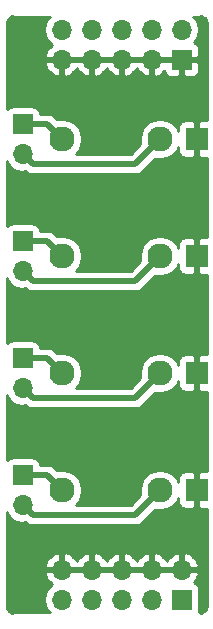
<source format=gbr>
%TF.GenerationSoftware,KiCad,Pcbnew,(5.1.6)-1*%
%TF.CreationDate,2020-10-18T20:28:26+13:00*%
%TF.ProjectId,Jacks onboard,4a61636b-7320-46f6-9e62-6f6172642e6b,rev?*%
%TF.SameCoordinates,Original*%
%TF.FileFunction,Copper,L2,Bot*%
%TF.FilePolarity,Positive*%
%FSLAX46Y46*%
G04 Gerber Fmt 4.6, Leading zero omitted, Abs format (unit mm)*
G04 Created by KiCad (PCBNEW (5.1.6)-1) date 2020-10-18 20:28:26*
%MOMM*%
%LPD*%
G01*
G04 APERTURE LIST*
%TA.AperFunction,ComponentPad*%
%ADD10R,1.700000X1.700000*%
%TD*%
%TA.AperFunction,ComponentPad*%
%ADD11O,1.700000X1.700000*%
%TD*%
%TA.AperFunction,ComponentPad*%
%ADD12C,2.130000*%
%TD*%
%TA.AperFunction,ComponentPad*%
%ADD13R,1.830000X1.930000*%
%TD*%
%TA.AperFunction,Conductor*%
%ADD14C,0.500000*%
%TD*%
%TA.AperFunction,Conductor*%
%ADD15C,0.254000*%
%TD*%
G04 APERTURE END LIST*
D10*
%TO.P,J3,1*%
%TO.N,GND*%
X187960000Y-53340000D03*
D11*
%TO.P,J3,2*%
%TO.N,Net-(J3-Pad2)*%
X187960000Y-50800000D03*
%TO.P,J3,3*%
%TO.N,GND*%
X185420000Y-53340000D03*
%TO.P,J3,4*%
%TO.N,Net-(J3-Pad4)*%
X185420000Y-50800000D03*
%TO.P,J3,5*%
%TO.N,GND*%
X182880000Y-53340000D03*
%TO.P,J3,6*%
%TO.N,Net-(J3-Pad6)*%
X182880000Y-50800000D03*
%TO.P,J3,7*%
%TO.N,GND*%
X180340000Y-53340000D03*
%TO.P,J3,8*%
%TO.N,Net-(J3-Pad8)*%
X180340000Y-50800000D03*
%TO.P,J3,9*%
%TO.N,GND*%
X177800000Y-53340000D03*
%TO.P,J3,10*%
%TO.N,Net-(J3-Pad10)*%
X177800000Y-50800000D03*
%TD*%
%TO.P,J4,10*%
%TO.N,GND*%
X177800000Y-96520000D03*
%TO.P,J4,9*%
%TO.N,Net-(J4-Pad9)*%
X177800000Y-99060000D03*
%TO.P,J4,8*%
%TO.N,GND*%
X180340000Y-96520000D03*
%TO.P,J4,7*%
%TO.N,Net-(J4-Pad7)*%
X180340000Y-99060000D03*
%TO.P,J4,6*%
%TO.N,GND*%
X182880000Y-96520000D03*
%TO.P,J4,5*%
%TO.N,Net-(J4-Pad5)*%
X182880000Y-99060000D03*
%TO.P,J4,4*%
%TO.N,GND*%
X185420000Y-96520000D03*
%TO.P,J4,3*%
%TO.N,Net-(J4-Pad3)*%
X185420000Y-99060000D03*
%TO.P,J4,2*%
%TO.N,GND*%
X187960000Y-96520000D03*
D10*
%TO.P,J4,1*%
%TO.N,Net-(J4-Pad1)*%
X187960000Y-99060000D03*
%TD*%
%TO.P,J5,1*%
%TO.N,Net-(J1-PadT)*%
X174498000Y-88519000D03*
D11*
%TO.P,J5,2*%
%TO.N,Net-(J1-PadTN)*%
X174498000Y-91059000D03*
%TD*%
%TO.P,J6,2*%
%TO.N,Net-(J2-PadTN)*%
X174498000Y-81153000D03*
D10*
%TO.P,J6,1*%
%TO.N,Net-(J2-PadT)*%
X174498000Y-78613000D03*
%TD*%
D12*
%TO.P,J7,TN*%
%TO.N,Net-(J7-PadTN)*%
X186130000Y-60071000D03*
D13*
%TO.P,J7,S*%
%TO.N,GND*%
X189230000Y-60071000D03*
D12*
%TO.P,J7,T*%
%TO.N,Net-(J7-PadT)*%
X177830000Y-60071000D03*
%TD*%
%TO.P,J8,T*%
%TO.N,Net-(J10-Pad1)*%
X177830000Y-69977000D03*
D13*
%TO.P,J8,S*%
%TO.N,GND*%
X189230000Y-69977000D03*
D12*
%TO.P,J8,TN*%
%TO.N,Net-(J10-Pad2)*%
X186130000Y-69977000D03*
%TD*%
D10*
%TO.P,J9,1*%
%TO.N,Net-(J7-PadT)*%
X174498000Y-58801000D03*
D11*
%TO.P,J9,2*%
%TO.N,Net-(J7-PadTN)*%
X174498000Y-61341000D03*
%TD*%
%TO.P,J10,2*%
%TO.N,Net-(J10-Pad2)*%
X174498000Y-71247000D03*
D10*
%TO.P,J10,1*%
%TO.N,Net-(J10-Pad1)*%
X174498000Y-68707000D03*
%TD*%
D12*
%TO.P,J1,TN*%
%TO.N,Net-(J1-PadTN)*%
X186130000Y-89789000D03*
D13*
%TO.P,J1,S*%
%TO.N,GND*%
X189230000Y-89789000D03*
D12*
%TO.P,J1,T*%
%TO.N,Net-(J1-PadT)*%
X177830000Y-89789000D03*
%TD*%
%TO.P,J2,T*%
%TO.N,Net-(J2-PadT)*%
X177830000Y-79883000D03*
D13*
%TO.P,J2,S*%
%TO.N,GND*%
X189230000Y-79883000D03*
D12*
%TO.P,J2,TN*%
%TO.N,Net-(J2-PadTN)*%
X186130000Y-79883000D03*
%TD*%
D14*
%TO.N,Net-(J1-PadTN)*%
X184010001Y-91908999D02*
X186130000Y-89789000D01*
X175347999Y-91908999D02*
X184010001Y-91908999D01*
X174498000Y-91059000D02*
X175347999Y-91908999D01*
%TO.N,Net-(J1-PadT)*%
X176560000Y-88519000D02*
X177830000Y-89789000D01*
X174498000Y-88519000D02*
X176560000Y-88519000D01*
%TO.N,Net-(J2-PadT)*%
X176560000Y-78613000D02*
X177830000Y-79883000D01*
X174498000Y-78613000D02*
X176560000Y-78613000D01*
%TO.N,Net-(J2-PadTN)*%
X184010001Y-82002999D02*
X186130000Y-79883000D01*
X175347999Y-82002999D02*
X184010001Y-82002999D01*
X174498000Y-81153000D02*
X175347999Y-82002999D01*
%TO.N,Net-(J10-Pad1)*%
X176560000Y-68707000D02*
X177830000Y-69977000D01*
X174498000Y-68707000D02*
X176560000Y-68707000D01*
%TO.N,Net-(J10-Pad2)*%
X184010001Y-72096999D02*
X186130000Y-69977000D01*
X175347999Y-72096999D02*
X184010001Y-72096999D01*
X174498000Y-71247000D02*
X175347999Y-72096999D01*
%TO.N,Net-(J7-PadTN)*%
X184010001Y-62190999D02*
X186130000Y-60071000D01*
X175347999Y-62190999D02*
X184010001Y-62190999D01*
X174498000Y-61341000D02*
X175347999Y-62190999D01*
%TO.N,Net-(J7-PadT)*%
X176560000Y-58801000D02*
X177830000Y-60071000D01*
X174498000Y-58801000D02*
X176560000Y-58801000D01*
%TD*%
D15*
%TO.N,GND*%
G36*
X173702353Y-49707000D02*
G01*
X176792893Y-49707000D01*
X176646525Y-49853368D01*
X176484010Y-50096589D01*
X176372068Y-50366842D01*
X176315000Y-50653740D01*
X176315000Y-50946260D01*
X176372068Y-51233158D01*
X176484010Y-51503411D01*
X176646525Y-51746632D01*
X176853368Y-51953475D01*
X177029406Y-52071100D01*
X176799731Y-52242412D01*
X176604822Y-52458645D01*
X176455843Y-52708748D01*
X176358519Y-52983109D01*
X176479186Y-53213000D01*
X177673000Y-53213000D01*
X177673000Y-53193000D01*
X177927000Y-53193000D01*
X177927000Y-53213000D01*
X180213000Y-53213000D01*
X180213000Y-53193000D01*
X180467000Y-53193000D01*
X180467000Y-53213000D01*
X182753000Y-53213000D01*
X182753000Y-53193000D01*
X183007000Y-53193000D01*
X183007000Y-53213000D01*
X185293000Y-53213000D01*
X185293000Y-53193000D01*
X185547000Y-53193000D01*
X185547000Y-53213000D01*
X187833000Y-53213000D01*
X187833000Y-53193000D01*
X188087000Y-53193000D01*
X188087000Y-53213000D01*
X189286250Y-53213000D01*
X189445000Y-53054250D01*
X189448072Y-52490000D01*
X189435812Y-52365518D01*
X189399502Y-52245820D01*
X189340537Y-52135506D01*
X189261185Y-52038815D01*
X189164494Y-51959463D01*
X189054180Y-51900498D01*
X188981620Y-51878487D01*
X189113475Y-51746632D01*
X189275990Y-51503411D01*
X189387932Y-51233158D01*
X189445000Y-50946260D01*
X189445000Y-50653740D01*
X189387932Y-50366842D01*
X189275990Y-50096589D01*
X189113475Y-49853368D01*
X188967107Y-49707000D01*
X189517647Y-49707000D01*
X189606820Y-49698217D01*
X189715246Y-49730953D01*
X189819819Y-49786555D01*
X189911596Y-49861407D01*
X189987091Y-49952664D01*
X190043419Y-50056844D01*
X190077882Y-50168174D01*
X190069000Y-50258354D01*
X190069000Y-58468299D01*
X189515750Y-58471000D01*
X189357000Y-58629750D01*
X189357000Y-59944000D01*
X189377000Y-59944000D01*
X189377000Y-60198000D01*
X189357000Y-60198000D01*
X189357000Y-61512250D01*
X189515750Y-61671000D01*
X190069000Y-61673701D01*
X190069000Y-68374299D01*
X189515750Y-68377000D01*
X189357000Y-68535750D01*
X189357000Y-69850000D01*
X189377000Y-69850000D01*
X189377000Y-70104000D01*
X189357000Y-70104000D01*
X189357000Y-71418250D01*
X189515750Y-71577000D01*
X190069000Y-71579701D01*
X190069001Y-78280299D01*
X189515750Y-78283000D01*
X189357000Y-78441750D01*
X189357000Y-79756000D01*
X189377000Y-79756000D01*
X189377000Y-80010000D01*
X189357000Y-80010000D01*
X189357000Y-81324250D01*
X189515750Y-81483000D01*
X190069001Y-81485701D01*
X190069001Y-88186299D01*
X189515750Y-88189000D01*
X189357000Y-88347750D01*
X189357000Y-89662000D01*
X189377000Y-89662000D01*
X189377000Y-89916000D01*
X189357000Y-89916000D01*
X189357000Y-91230250D01*
X189515750Y-91389000D01*
X190069001Y-91391701D01*
X190069001Y-99601647D01*
X190077784Y-99690818D01*
X190045047Y-99799246D01*
X189989446Y-99903817D01*
X189914594Y-99995595D01*
X189823335Y-100071091D01*
X189719160Y-100127419D01*
X189607827Y-100161882D01*
X189517647Y-100153000D01*
X189399860Y-100153000D01*
X189435812Y-100034482D01*
X189448072Y-99910000D01*
X189448072Y-98210000D01*
X189435812Y-98085518D01*
X189399502Y-97965820D01*
X189340537Y-97855506D01*
X189261185Y-97758815D01*
X189164494Y-97679463D01*
X189054180Y-97620498D01*
X188978374Y-97597502D01*
X189155178Y-97401355D01*
X189304157Y-97151252D01*
X189401481Y-96876891D01*
X189280814Y-96647000D01*
X188087000Y-96647000D01*
X188087000Y-96667000D01*
X187833000Y-96667000D01*
X187833000Y-96647000D01*
X185547000Y-96647000D01*
X185547000Y-96667000D01*
X185293000Y-96667000D01*
X185293000Y-96647000D01*
X183007000Y-96647000D01*
X183007000Y-96667000D01*
X182753000Y-96667000D01*
X182753000Y-96647000D01*
X180467000Y-96647000D01*
X180467000Y-96667000D01*
X180213000Y-96667000D01*
X180213000Y-96647000D01*
X177927000Y-96647000D01*
X177927000Y-96667000D01*
X177673000Y-96667000D01*
X177673000Y-96647000D01*
X176479186Y-96647000D01*
X176358519Y-96876891D01*
X176455843Y-97151252D01*
X176604822Y-97401355D01*
X176799731Y-97617588D01*
X177029406Y-97788900D01*
X176853368Y-97906525D01*
X176646525Y-98113368D01*
X176484010Y-98356589D01*
X176372068Y-98626842D01*
X176315000Y-98913740D01*
X176315000Y-99206260D01*
X176372068Y-99493158D01*
X176484010Y-99763411D01*
X176646525Y-100006632D01*
X176792893Y-100153000D01*
X173702353Y-100153000D01*
X173613180Y-100161783D01*
X173504754Y-100129047D01*
X173400183Y-100073446D01*
X173308405Y-99998594D01*
X173232909Y-99907335D01*
X173176581Y-99803160D01*
X173142118Y-99691827D01*
X173151000Y-99601647D01*
X173151000Y-96163109D01*
X176358519Y-96163109D01*
X176479186Y-96393000D01*
X177673000Y-96393000D01*
X177673000Y-95199845D01*
X177927000Y-95199845D01*
X177927000Y-96393000D01*
X180213000Y-96393000D01*
X180213000Y-95199845D01*
X180467000Y-95199845D01*
X180467000Y-96393000D01*
X182753000Y-96393000D01*
X182753000Y-95199845D01*
X183007000Y-95199845D01*
X183007000Y-96393000D01*
X185293000Y-96393000D01*
X185293000Y-95199845D01*
X185547000Y-95199845D01*
X185547000Y-96393000D01*
X187833000Y-96393000D01*
X187833000Y-95199845D01*
X188087000Y-95199845D01*
X188087000Y-96393000D01*
X189280814Y-96393000D01*
X189401481Y-96163109D01*
X189304157Y-95888748D01*
X189155178Y-95638645D01*
X188960269Y-95422412D01*
X188726920Y-95248359D01*
X188464099Y-95123175D01*
X188316890Y-95078524D01*
X188087000Y-95199845D01*
X187833000Y-95199845D01*
X187603110Y-95078524D01*
X187455901Y-95123175D01*
X187193080Y-95248359D01*
X186959731Y-95422412D01*
X186764822Y-95638645D01*
X186690000Y-95764255D01*
X186615178Y-95638645D01*
X186420269Y-95422412D01*
X186186920Y-95248359D01*
X185924099Y-95123175D01*
X185776890Y-95078524D01*
X185547000Y-95199845D01*
X185293000Y-95199845D01*
X185063110Y-95078524D01*
X184915901Y-95123175D01*
X184653080Y-95248359D01*
X184419731Y-95422412D01*
X184224822Y-95638645D01*
X184150000Y-95764255D01*
X184075178Y-95638645D01*
X183880269Y-95422412D01*
X183646920Y-95248359D01*
X183384099Y-95123175D01*
X183236890Y-95078524D01*
X183007000Y-95199845D01*
X182753000Y-95199845D01*
X182523110Y-95078524D01*
X182375901Y-95123175D01*
X182113080Y-95248359D01*
X181879731Y-95422412D01*
X181684822Y-95638645D01*
X181610000Y-95764255D01*
X181535178Y-95638645D01*
X181340269Y-95422412D01*
X181106920Y-95248359D01*
X180844099Y-95123175D01*
X180696890Y-95078524D01*
X180467000Y-95199845D01*
X180213000Y-95199845D01*
X179983110Y-95078524D01*
X179835901Y-95123175D01*
X179573080Y-95248359D01*
X179339731Y-95422412D01*
X179144822Y-95638645D01*
X179070000Y-95764255D01*
X178995178Y-95638645D01*
X178800269Y-95422412D01*
X178566920Y-95248359D01*
X178304099Y-95123175D01*
X178156890Y-95078524D01*
X177927000Y-95199845D01*
X177673000Y-95199845D01*
X177443110Y-95078524D01*
X177295901Y-95123175D01*
X177033080Y-95248359D01*
X176799731Y-95422412D01*
X176604822Y-95638645D01*
X176455843Y-95888748D01*
X176358519Y-96163109D01*
X173151000Y-96163109D01*
X173151000Y-91687546D01*
X173182010Y-91762411D01*
X173344525Y-92005632D01*
X173551368Y-92212475D01*
X173794589Y-92374990D01*
X174064842Y-92486932D01*
X174351740Y-92544000D01*
X174644260Y-92544000D01*
X174713031Y-92530321D01*
X174719182Y-92537816D01*
X174752950Y-92565529D01*
X174752952Y-92565531D01*
X174824451Y-92624209D01*
X174853940Y-92648410D01*
X175007686Y-92730588D01*
X175174509Y-92781194D01*
X175304522Y-92793999D01*
X175304532Y-92793999D01*
X175347998Y-92798280D01*
X175391464Y-92793999D01*
X183966532Y-92793999D01*
X184010001Y-92798280D01*
X184053470Y-92793999D01*
X184053478Y-92793999D01*
X184183491Y-92781194D01*
X184350314Y-92730588D01*
X184504060Y-92648410D01*
X184638818Y-92537816D01*
X184666535Y-92504043D01*
X185728197Y-91442381D01*
X185962565Y-91489000D01*
X186297435Y-91489000D01*
X186625872Y-91423670D01*
X186935252Y-91295521D01*
X187213687Y-91109477D01*
X187450477Y-90872687D01*
X187636521Y-90594252D01*
X187678105Y-90493860D01*
X187676928Y-90754000D01*
X187689188Y-90878482D01*
X187725498Y-90998180D01*
X187784463Y-91108494D01*
X187863815Y-91205185D01*
X187960506Y-91284537D01*
X188070820Y-91343502D01*
X188190518Y-91379812D01*
X188315000Y-91392072D01*
X188944250Y-91389000D01*
X189103000Y-91230250D01*
X189103000Y-89916000D01*
X189083000Y-89916000D01*
X189083000Y-89662000D01*
X189103000Y-89662000D01*
X189103000Y-88347750D01*
X188944250Y-88189000D01*
X188315000Y-88185928D01*
X188190518Y-88198188D01*
X188070820Y-88234498D01*
X187960506Y-88293463D01*
X187863815Y-88372815D01*
X187784463Y-88469506D01*
X187725498Y-88579820D01*
X187689188Y-88699518D01*
X187676928Y-88824000D01*
X187678105Y-89084140D01*
X187636521Y-88983748D01*
X187450477Y-88705313D01*
X187213687Y-88468523D01*
X186935252Y-88282479D01*
X186625872Y-88154330D01*
X186297435Y-88089000D01*
X185962565Y-88089000D01*
X185634128Y-88154330D01*
X185324748Y-88282479D01*
X185046313Y-88468523D01*
X184809523Y-88705313D01*
X184623479Y-88983748D01*
X184495330Y-89293128D01*
X184430000Y-89621565D01*
X184430000Y-89956435D01*
X184476619Y-90190803D01*
X183643423Y-91023999D01*
X178999165Y-91023999D01*
X179150477Y-90872687D01*
X179336521Y-90594252D01*
X179464670Y-90284872D01*
X179530000Y-89956435D01*
X179530000Y-89621565D01*
X179464670Y-89293128D01*
X179336521Y-88983748D01*
X179150477Y-88705313D01*
X178913687Y-88468523D01*
X178635252Y-88282479D01*
X178325872Y-88154330D01*
X177997435Y-88089000D01*
X177662565Y-88089000D01*
X177428197Y-88135619D01*
X177216534Y-87923956D01*
X177188817Y-87890183D01*
X177054059Y-87779589D01*
X176900313Y-87697411D01*
X176733490Y-87646805D01*
X176603477Y-87634000D01*
X176603469Y-87634000D01*
X176560000Y-87629719D01*
X176516531Y-87634000D01*
X175982625Y-87634000D01*
X175973812Y-87544518D01*
X175937502Y-87424820D01*
X175878537Y-87314506D01*
X175799185Y-87217815D01*
X175702494Y-87138463D01*
X175592180Y-87079498D01*
X175472482Y-87043188D01*
X175348000Y-87030928D01*
X173648000Y-87030928D01*
X173523518Y-87043188D01*
X173403820Y-87079498D01*
X173293506Y-87138463D01*
X173196815Y-87217815D01*
X173151000Y-87273641D01*
X173151000Y-81781546D01*
X173182010Y-81856411D01*
X173344525Y-82099632D01*
X173551368Y-82306475D01*
X173794589Y-82468990D01*
X174064842Y-82580932D01*
X174351740Y-82638000D01*
X174644260Y-82638000D01*
X174713031Y-82624321D01*
X174719182Y-82631816D01*
X174752950Y-82659529D01*
X174752952Y-82659531D01*
X174824451Y-82718209D01*
X174853940Y-82742410D01*
X175007686Y-82824588D01*
X175174509Y-82875194D01*
X175304522Y-82887999D01*
X175304532Y-82887999D01*
X175347998Y-82892280D01*
X175391464Y-82887999D01*
X183966532Y-82887999D01*
X184010001Y-82892280D01*
X184053470Y-82887999D01*
X184053478Y-82887999D01*
X184183491Y-82875194D01*
X184350314Y-82824588D01*
X184504060Y-82742410D01*
X184638818Y-82631816D01*
X184666535Y-82598043D01*
X185728197Y-81536381D01*
X185962565Y-81583000D01*
X186297435Y-81583000D01*
X186625872Y-81517670D01*
X186935252Y-81389521D01*
X187213687Y-81203477D01*
X187450477Y-80966687D01*
X187636521Y-80688252D01*
X187678105Y-80587860D01*
X187676928Y-80848000D01*
X187689188Y-80972482D01*
X187725498Y-81092180D01*
X187784463Y-81202494D01*
X187863815Y-81299185D01*
X187960506Y-81378537D01*
X188070820Y-81437502D01*
X188190518Y-81473812D01*
X188315000Y-81486072D01*
X188944250Y-81483000D01*
X189103000Y-81324250D01*
X189103000Y-80010000D01*
X189083000Y-80010000D01*
X189083000Y-79756000D01*
X189103000Y-79756000D01*
X189103000Y-78441750D01*
X188944250Y-78283000D01*
X188315000Y-78279928D01*
X188190518Y-78292188D01*
X188070820Y-78328498D01*
X187960506Y-78387463D01*
X187863815Y-78466815D01*
X187784463Y-78563506D01*
X187725498Y-78673820D01*
X187689188Y-78793518D01*
X187676928Y-78918000D01*
X187678105Y-79178140D01*
X187636521Y-79077748D01*
X187450477Y-78799313D01*
X187213687Y-78562523D01*
X186935252Y-78376479D01*
X186625872Y-78248330D01*
X186297435Y-78183000D01*
X185962565Y-78183000D01*
X185634128Y-78248330D01*
X185324748Y-78376479D01*
X185046313Y-78562523D01*
X184809523Y-78799313D01*
X184623479Y-79077748D01*
X184495330Y-79387128D01*
X184430000Y-79715565D01*
X184430000Y-80050435D01*
X184476619Y-80284803D01*
X183643423Y-81117999D01*
X178999165Y-81117999D01*
X179150477Y-80966687D01*
X179336521Y-80688252D01*
X179464670Y-80378872D01*
X179530000Y-80050435D01*
X179530000Y-79715565D01*
X179464670Y-79387128D01*
X179336521Y-79077748D01*
X179150477Y-78799313D01*
X178913687Y-78562523D01*
X178635252Y-78376479D01*
X178325872Y-78248330D01*
X177997435Y-78183000D01*
X177662565Y-78183000D01*
X177428197Y-78229619D01*
X177216534Y-78017956D01*
X177188817Y-77984183D01*
X177054059Y-77873589D01*
X176900313Y-77791411D01*
X176733490Y-77740805D01*
X176603477Y-77728000D01*
X176603469Y-77728000D01*
X176560000Y-77723719D01*
X176516531Y-77728000D01*
X175982625Y-77728000D01*
X175973812Y-77638518D01*
X175937502Y-77518820D01*
X175878537Y-77408506D01*
X175799185Y-77311815D01*
X175702494Y-77232463D01*
X175592180Y-77173498D01*
X175472482Y-77137188D01*
X175348000Y-77124928D01*
X173648000Y-77124928D01*
X173523518Y-77137188D01*
X173403820Y-77173498D01*
X173293506Y-77232463D01*
X173196815Y-77311815D01*
X173151000Y-77367641D01*
X173151000Y-71875546D01*
X173182010Y-71950411D01*
X173344525Y-72193632D01*
X173551368Y-72400475D01*
X173794589Y-72562990D01*
X174064842Y-72674932D01*
X174351740Y-72732000D01*
X174644260Y-72732000D01*
X174713031Y-72718321D01*
X174719182Y-72725816D01*
X174752950Y-72753529D01*
X174752952Y-72753531D01*
X174824451Y-72812209D01*
X174853940Y-72836410D01*
X175007686Y-72918588D01*
X175174509Y-72969194D01*
X175304522Y-72981999D01*
X175304532Y-72981999D01*
X175347998Y-72986280D01*
X175391464Y-72981999D01*
X183966532Y-72981999D01*
X184010001Y-72986280D01*
X184053470Y-72981999D01*
X184053478Y-72981999D01*
X184183491Y-72969194D01*
X184350314Y-72918588D01*
X184504060Y-72836410D01*
X184638818Y-72725816D01*
X184666535Y-72692043D01*
X185728197Y-71630381D01*
X185962565Y-71677000D01*
X186297435Y-71677000D01*
X186625872Y-71611670D01*
X186935252Y-71483521D01*
X187213687Y-71297477D01*
X187450477Y-71060687D01*
X187636521Y-70782252D01*
X187678105Y-70681860D01*
X187676928Y-70942000D01*
X187689188Y-71066482D01*
X187725498Y-71186180D01*
X187784463Y-71296494D01*
X187863815Y-71393185D01*
X187960506Y-71472537D01*
X188070820Y-71531502D01*
X188190518Y-71567812D01*
X188315000Y-71580072D01*
X188944250Y-71577000D01*
X189103000Y-71418250D01*
X189103000Y-70104000D01*
X189083000Y-70104000D01*
X189083000Y-69850000D01*
X189103000Y-69850000D01*
X189103000Y-68535750D01*
X188944250Y-68377000D01*
X188315000Y-68373928D01*
X188190518Y-68386188D01*
X188070820Y-68422498D01*
X187960506Y-68481463D01*
X187863815Y-68560815D01*
X187784463Y-68657506D01*
X187725498Y-68767820D01*
X187689188Y-68887518D01*
X187676928Y-69012000D01*
X187678105Y-69272140D01*
X187636521Y-69171748D01*
X187450477Y-68893313D01*
X187213687Y-68656523D01*
X186935252Y-68470479D01*
X186625872Y-68342330D01*
X186297435Y-68277000D01*
X185962565Y-68277000D01*
X185634128Y-68342330D01*
X185324748Y-68470479D01*
X185046313Y-68656523D01*
X184809523Y-68893313D01*
X184623479Y-69171748D01*
X184495330Y-69481128D01*
X184430000Y-69809565D01*
X184430000Y-70144435D01*
X184476619Y-70378803D01*
X183643423Y-71211999D01*
X178999165Y-71211999D01*
X179150477Y-71060687D01*
X179336521Y-70782252D01*
X179464670Y-70472872D01*
X179530000Y-70144435D01*
X179530000Y-69809565D01*
X179464670Y-69481128D01*
X179336521Y-69171748D01*
X179150477Y-68893313D01*
X178913687Y-68656523D01*
X178635252Y-68470479D01*
X178325872Y-68342330D01*
X177997435Y-68277000D01*
X177662565Y-68277000D01*
X177428197Y-68323619D01*
X177216534Y-68111956D01*
X177188817Y-68078183D01*
X177054059Y-67967589D01*
X176900313Y-67885411D01*
X176733490Y-67834805D01*
X176603477Y-67822000D01*
X176603469Y-67822000D01*
X176560000Y-67817719D01*
X176516531Y-67822000D01*
X175982625Y-67822000D01*
X175973812Y-67732518D01*
X175937502Y-67612820D01*
X175878537Y-67502506D01*
X175799185Y-67405815D01*
X175702494Y-67326463D01*
X175592180Y-67267498D01*
X175472482Y-67231188D01*
X175348000Y-67218928D01*
X173648000Y-67218928D01*
X173523518Y-67231188D01*
X173403820Y-67267498D01*
X173293506Y-67326463D01*
X173196815Y-67405815D01*
X173151000Y-67461641D01*
X173151000Y-61969546D01*
X173182010Y-62044411D01*
X173344525Y-62287632D01*
X173551368Y-62494475D01*
X173794589Y-62656990D01*
X174064842Y-62768932D01*
X174351740Y-62826000D01*
X174644260Y-62826000D01*
X174713031Y-62812321D01*
X174719182Y-62819816D01*
X174752950Y-62847529D01*
X174752952Y-62847531D01*
X174824451Y-62906209D01*
X174853940Y-62930410D01*
X175007686Y-63012588D01*
X175174509Y-63063194D01*
X175304522Y-63075999D01*
X175304532Y-63075999D01*
X175347998Y-63080280D01*
X175391464Y-63075999D01*
X183966532Y-63075999D01*
X184010001Y-63080280D01*
X184053470Y-63075999D01*
X184053478Y-63075999D01*
X184183491Y-63063194D01*
X184350314Y-63012588D01*
X184504060Y-62930410D01*
X184638818Y-62819816D01*
X184666535Y-62786043D01*
X185728197Y-61724381D01*
X185962565Y-61771000D01*
X186297435Y-61771000D01*
X186625872Y-61705670D01*
X186935252Y-61577521D01*
X187213687Y-61391477D01*
X187450477Y-61154687D01*
X187636521Y-60876252D01*
X187678105Y-60775860D01*
X187676928Y-61036000D01*
X187689188Y-61160482D01*
X187725498Y-61280180D01*
X187784463Y-61390494D01*
X187863815Y-61487185D01*
X187960506Y-61566537D01*
X188070820Y-61625502D01*
X188190518Y-61661812D01*
X188315000Y-61674072D01*
X188944250Y-61671000D01*
X189103000Y-61512250D01*
X189103000Y-60198000D01*
X189083000Y-60198000D01*
X189083000Y-59944000D01*
X189103000Y-59944000D01*
X189103000Y-58629750D01*
X188944250Y-58471000D01*
X188315000Y-58467928D01*
X188190518Y-58480188D01*
X188070820Y-58516498D01*
X187960506Y-58575463D01*
X187863815Y-58654815D01*
X187784463Y-58751506D01*
X187725498Y-58861820D01*
X187689188Y-58981518D01*
X187676928Y-59106000D01*
X187678105Y-59366140D01*
X187636521Y-59265748D01*
X187450477Y-58987313D01*
X187213687Y-58750523D01*
X186935252Y-58564479D01*
X186625872Y-58436330D01*
X186297435Y-58371000D01*
X185962565Y-58371000D01*
X185634128Y-58436330D01*
X185324748Y-58564479D01*
X185046313Y-58750523D01*
X184809523Y-58987313D01*
X184623479Y-59265748D01*
X184495330Y-59575128D01*
X184430000Y-59903565D01*
X184430000Y-60238435D01*
X184476619Y-60472803D01*
X183643423Y-61305999D01*
X178999165Y-61305999D01*
X179150477Y-61154687D01*
X179336521Y-60876252D01*
X179464670Y-60566872D01*
X179530000Y-60238435D01*
X179530000Y-59903565D01*
X179464670Y-59575128D01*
X179336521Y-59265748D01*
X179150477Y-58987313D01*
X178913687Y-58750523D01*
X178635252Y-58564479D01*
X178325872Y-58436330D01*
X177997435Y-58371000D01*
X177662565Y-58371000D01*
X177428197Y-58417619D01*
X177216534Y-58205956D01*
X177188817Y-58172183D01*
X177054059Y-58061589D01*
X176900313Y-57979411D01*
X176733490Y-57928805D01*
X176603477Y-57916000D01*
X176603469Y-57916000D01*
X176560000Y-57911719D01*
X176516531Y-57916000D01*
X175982625Y-57916000D01*
X175973812Y-57826518D01*
X175937502Y-57706820D01*
X175878537Y-57596506D01*
X175799185Y-57499815D01*
X175702494Y-57420463D01*
X175592180Y-57361498D01*
X175472482Y-57325188D01*
X175348000Y-57312928D01*
X173648000Y-57312928D01*
X173523518Y-57325188D01*
X173403820Y-57361498D01*
X173293506Y-57420463D01*
X173196815Y-57499815D01*
X173151000Y-57555641D01*
X173151000Y-53696891D01*
X176358519Y-53696891D01*
X176455843Y-53971252D01*
X176604822Y-54221355D01*
X176799731Y-54437588D01*
X177033080Y-54611641D01*
X177295901Y-54736825D01*
X177443110Y-54781476D01*
X177673000Y-54660155D01*
X177673000Y-53467000D01*
X177927000Y-53467000D01*
X177927000Y-54660155D01*
X178156890Y-54781476D01*
X178304099Y-54736825D01*
X178566920Y-54611641D01*
X178800269Y-54437588D01*
X178995178Y-54221355D01*
X179070000Y-54095745D01*
X179144822Y-54221355D01*
X179339731Y-54437588D01*
X179573080Y-54611641D01*
X179835901Y-54736825D01*
X179983110Y-54781476D01*
X180213000Y-54660155D01*
X180213000Y-53467000D01*
X180467000Y-53467000D01*
X180467000Y-54660155D01*
X180696890Y-54781476D01*
X180844099Y-54736825D01*
X181106920Y-54611641D01*
X181340269Y-54437588D01*
X181535178Y-54221355D01*
X181610000Y-54095745D01*
X181684822Y-54221355D01*
X181879731Y-54437588D01*
X182113080Y-54611641D01*
X182375901Y-54736825D01*
X182523110Y-54781476D01*
X182753000Y-54660155D01*
X182753000Y-53467000D01*
X183007000Y-53467000D01*
X183007000Y-54660155D01*
X183236890Y-54781476D01*
X183384099Y-54736825D01*
X183646920Y-54611641D01*
X183880269Y-54437588D01*
X184075178Y-54221355D01*
X184150000Y-54095745D01*
X184224822Y-54221355D01*
X184419731Y-54437588D01*
X184653080Y-54611641D01*
X184915901Y-54736825D01*
X185063110Y-54781476D01*
X185293000Y-54660155D01*
X185293000Y-53467000D01*
X185547000Y-53467000D01*
X185547000Y-54660155D01*
X185776890Y-54781476D01*
X185924099Y-54736825D01*
X186186920Y-54611641D01*
X186420269Y-54437588D01*
X186496034Y-54353534D01*
X186520498Y-54434180D01*
X186579463Y-54544494D01*
X186658815Y-54641185D01*
X186755506Y-54720537D01*
X186865820Y-54779502D01*
X186985518Y-54815812D01*
X187110000Y-54828072D01*
X187674250Y-54825000D01*
X187833000Y-54666250D01*
X187833000Y-53467000D01*
X188087000Y-53467000D01*
X188087000Y-54666250D01*
X188245750Y-54825000D01*
X188810000Y-54828072D01*
X188934482Y-54815812D01*
X189054180Y-54779502D01*
X189164494Y-54720537D01*
X189261185Y-54641185D01*
X189340537Y-54544494D01*
X189399502Y-54434180D01*
X189435812Y-54314482D01*
X189448072Y-54190000D01*
X189445000Y-53625750D01*
X189286250Y-53467000D01*
X188087000Y-53467000D01*
X187833000Y-53467000D01*
X185547000Y-53467000D01*
X185293000Y-53467000D01*
X183007000Y-53467000D01*
X182753000Y-53467000D01*
X180467000Y-53467000D01*
X180213000Y-53467000D01*
X177927000Y-53467000D01*
X177673000Y-53467000D01*
X176479186Y-53467000D01*
X176358519Y-53696891D01*
X173151000Y-53696891D01*
X173151000Y-50258353D01*
X173142217Y-50169180D01*
X173174953Y-50060754D01*
X173230555Y-49956181D01*
X173305407Y-49864404D01*
X173396664Y-49788909D01*
X173500844Y-49732581D01*
X173612173Y-49698118D01*
X173702353Y-49707000D01*
G37*
X173702353Y-49707000D02*
X176792893Y-49707000D01*
X176646525Y-49853368D01*
X176484010Y-50096589D01*
X176372068Y-50366842D01*
X176315000Y-50653740D01*
X176315000Y-50946260D01*
X176372068Y-51233158D01*
X176484010Y-51503411D01*
X176646525Y-51746632D01*
X176853368Y-51953475D01*
X177029406Y-52071100D01*
X176799731Y-52242412D01*
X176604822Y-52458645D01*
X176455843Y-52708748D01*
X176358519Y-52983109D01*
X176479186Y-53213000D01*
X177673000Y-53213000D01*
X177673000Y-53193000D01*
X177927000Y-53193000D01*
X177927000Y-53213000D01*
X180213000Y-53213000D01*
X180213000Y-53193000D01*
X180467000Y-53193000D01*
X180467000Y-53213000D01*
X182753000Y-53213000D01*
X182753000Y-53193000D01*
X183007000Y-53193000D01*
X183007000Y-53213000D01*
X185293000Y-53213000D01*
X185293000Y-53193000D01*
X185547000Y-53193000D01*
X185547000Y-53213000D01*
X187833000Y-53213000D01*
X187833000Y-53193000D01*
X188087000Y-53193000D01*
X188087000Y-53213000D01*
X189286250Y-53213000D01*
X189445000Y-53054250D01*
X189448072Y-52490000D01*
X189435812Y-52365518D01*
X189399502Y-52245820D01*
X189340537Y-52135506D01*
X189261185Y-52038815D01*
X189164494Y-51959463D01*
X189054180Y-51900498D01*
X188981620Y-51878487D01*
X189113475Y-51746632D01*
X189275990Y-51503411D01*
X189387932Y-51233158D01*
X189445000Y-50946260D01*
X189445000Y-50653740D01*
X189387932Y-50366842D01*
X189275990Y-50096589D01*
X189113475Y-49853368D01*
X188967107Y-49707000D01*
X189517647Y-49707000D01*
X189606820Y-49698217D01*
X189715246Y-49730953D01*
X189819819Y-49786555D01*
X189911596Y-49861407D01*
X189987091Y-49952664D01*
X190043419Y-50056844D01*
X190077882Y-50168174D01*
X190069000Y-50258354D01*
X190069000Y-58468299D01*
X189515750Y-58471000D01*
X189357000Y-58629750D01*
X189357000Y-59944000D01*
X189377000Y-59944000D01*
X189377000Y-60198000D01*
X189357000Y-60198000D01*
X189357000Y-61512250D01*
X189515750Y-61671000D01*
X190069000Y-61673701D01*
X190069000Y-68374299D01*
X189515750Y-68377000D01*
X189357000Y-68535750D01*
X189357000Y-69850000D01*
X189377000Y-69850000D01*
X189377000Y-70104000D01*
X189357000Y-70104000D01*
X189357000Y-71418250D01*
X189515750Y-71577000D01*
X190069000Y-71579701D01*
X190069001Y-78280299D01*
X189515750Y-78283000D01*
X189357000Y-78441750D01*
X189357000Y-79756000D01*
X189377000Y-79756000D01*
X189377000Y-80010000D01*
X189357000Y-80010000D01*
X189357000Y-81324250D01*
X189515750Y-81483000D01*
X190069001Y-81485701D01*
X190069001Y-88186299D01*
X189515750Y-88189000D01*
X189357000Y-88347750D01*
X189357000Y-89662000D01*
X189377000Y-89662000D01*
X189377000Y-89916000D01*
X189357000Y-89916000D01*
X189357000Y-91230250D01*
X189515750Y-91389000D01*
X190069001Y-91391701D01*
X190069001Y-99601647D01*
X190077784Y-99690818D01*
X190045047Y-99799246D01*
X189989446Y-99903817D01*
X189914594Y-99995595D01*
X189823335Y-100071091D01*
X189719160Y-100127419D01*
X189607827Y-100161882D01*
X189517647Y-100153000D01*
X189399860Y-100153000D01*
X189435812Y-100034482D01*
X189448072Y-99910000D01*
X189448072Y-98210000D01*
X189435812Y-98085518D01*
X189399502Y-97965820D01*
X189340537Y-97855506D01*
X189261185Y-97758815D01*
X189164494Y-97679463D01*
X189054180Y-97620498D01*
X188978374Y-97597502D01*
X189155178Y-97401355D01*
X189304157Y-97151252D01*
X189401481Y-96876891D01*
X189280814Y-96647000D01*
X188087000Y-96647000D01*
X188087000Y-96667000D01*
X187833000Y-96667000D01*
X187833000Y-96647000D01*
X185547000Y-96647000D01*
X185547000Y-96667000D01*
X185293000Y-96667000D01*
X185293000Y-96647000D01*
X183007000Y-96647000D01*
X183007000Y-96667000D01*
X182753000Y-96667000D01*
X182753000Y-96647000D01*
X180467000Y-96647000D01*
X180467000Y-96667000D01*
X180213000Y-96667000D01*
X180213000Y-96647000D01*
X177927000Y-96647000D01*
X177927000Y-96667000D01*
X177673000Y-96667000D01*
X177673000Y-96647000D01*
X176479186Y-96647000D01*
X176358519Y-96876891D01*
X176455843Y-97151252D01*
X176604822Y-97401355D01*
X176799731Y-97617588D01*
X177029406Y-97788900D01*
X176853368Y-97906525D01*
X176646525Y-98113368D01*
X176484010Y-98356589D01*
X176372068Y-98626842D01*
X176315000Y-98913740D01*
X176315000Y-99206260D01*
X176372068Y-99493158D01*
X176484010Y-99763411D01*
X176646525Y-100006632D01*
X176792893Y-100153000D01*
X173702353Y-100153000D01*
X173613180Y-100161783D01*
X173504754Y-100129047D01*
X173400183Y-100073446D01*
X173308405Y-99998594D01*
X173232909Y-99907335D01*
X173176581Y-99803160D01*
X173142118Y-99691827D01*
X173151000Y-99601647D01*
X173151000Y-96163109D01*
X176358519Y-96163109D01*
X176479186Y-96393000D01*
X177673000Y-96393000D01*
X177673000Y-95199845D01*
X177927000Y-95199845D01*
X177927000Y-96393000D01*
X180213000Y-96393000D01*
X180213000Y-95199845D01*
X180467000Y-95199845D01*
X180467000Y-96393000D01*
X182753000Y-96393000D01*
X182753000Y-95199845D01*
X183007000Y-95199845D01*
X183007000Y-96393000D01*
X185293000Y-96393000D01*
X185293000Y-95199845D01*
X185547000Y-95199845D01*
X185547000Y-96393000D01*
X187833000Y-96393000D01*
X187833000Y-95199845D01*
X188087000Y-95199845D01*
X188087000Y-96393000D01*
X189280814Y-96393000D01*
X189401481Y-96163109D01*
X189304157Y-95888748D01*
X189155178Y-95638645D01*
X188960269Y-95422412D01*
X188726920Y-95248359D01*
X188464099Y-95123175D01*
X188316890Y-95078524D01*
X188087000Y-95199845D01*
X187833000Y-95199845D01*
X187603110Y-95078524D01*
X187455901Y-95123175D01*
X187193080Y-95248359D01*
X186959731Y-95422412D01*
X186764822Y-95638645D01*
X186690000Y-95764255D01*
X186615178Y-95638645D01*
X186420269Y-95422412D01*
X186186920Y-95248359D01*
X185924099Y-95123175D01*
X185776890Y-95078524D01*
X185547000Y-95199845D01*
X185293000Y-95199845D01*
X185063110Y-95078524D01*
X184915901Y-95123175D01*
X184653080Y-95248359D01*
X184419731Y-95422412D01*
X184224822Y-95638645D01*
X184150000Y-95764255D01*
X184075178Y-95638645D01*
X183880269Y-95422412D01*
X183646920Y-95248359D01*
X183384099Y-95123175D01*
X183236890Y-95078524D01*
X183007000Y-95199845D01*
X182753000Y-95199845D01*
X182523110Y-95078524D01*
X182375901Y-95123175D01*
X182113080Y-95248359D01*
X181879731Y-95422412D01*
X181684822Y-95638645D01*
X181610000Y-95764255D01*
X181535178Y-95638645D01*
X181340269Y-95422412D01*
X181106920Y-95248359D01*
X180844099Y-95123175D01*
X180696890Y-95078524D01*
X180467000Y-95199845D01*
X180213000Y-95199845D01*
X179983110Y-95078524D01*
X179835901Y-95123175D01*
X179573080Y-95248359D01*
X179339731Y-95422412D01*
X179144822Y-95638645D01*
X179070000Y-95764255D01*
X178995178Y-95638645D01*
X178800269Y-95422412D01*
X178566920Y-95248359D01*
X178304099Y-95123175D01*
X178156890Y-95078524D01*
X177927000Y-95199845D01*
X177673000Y-95199845D01*
X177443110Y-95078524D01*
X177295901Y-95123175D01*
X177033080Y-95248359D01*
X176799731Y-95422412D01*
X176604822Y-95638645D01*
X176455843Y-95888748D01*
X176358519Y-96163109D01*
X173151000Y-96163109D01*
X173151000Y-91687546D01*
X173182010Y-91762411D01*
X173344525Y-92005632D01*
X173551368Y-92212475D01*
X173794589Y-92374990D01*
X174064842Y-92486932D01*
X174351740Y-92544000D01*
X174644260Y-92544000D01*
X174713031Y-92530321D01*
X174719182Y-92537816D01*
X174752950Y-92565529D01*
X174752952Y-92565531D01*
X174824451Y-92624209D01*
X174853940Y-92648410D01*
X175007686Y-92730588D01*
X175174509Y-92781194D01*
X175304522Y-92793999D01*
X175304532Y-92793999D01*
X175347998Y-92798280D01*
X175391464Y-92793999D01*
X183966532Y-92793999D01*
X184010001Y-92798280D01*
X184053470Y-92793999D01*
X184053478Y-92793999D01*
X184183491Y-92781194D01*
X184350314Y-92730588D01*
X184504060Y-92648410D01*
X184638818Y-92537816D01*
X184666535Y-92504043D01*
X185728197Y-91442381D01*
X185962565Y-91489000D01*
X186297435Y-91489000D01*
X186625872Y-91423670D01*
X186935252Y-91295521D01*
X187213687Y-91109477D01*
X187450477Y-90872687D01*
X187636521Y-90594252D01*
X187678105Y-90493860D01*
X187676928Y-90754000D01*
X187689188Y-90878482D01*
X187725498Y-90998180D01*
X187784463Y-91108494D01*
X187863815Y-91205185D01*
X187960506Y-91284537D01*
X188070820Y-91343502D01*
X188190518Y-91379812D01*
X188315000Y-91392072D01*
X188944250Y-91389000D01*
X189103000Y-91230250D01*
X189103000Y-89916000D01*
X189083000Y-89916000D01*
X189083000Y-89662000D01*
X189103000Y-89662000D01*
X189103000Y-88347750D01*
X188944250Y-88189000D01*
X188315000Y-88185928D01*
X188190518Y-88198188D01*
X188070820Y-88234498D01*
X187960506Y-88293463D01*
X187863815Y-88372815D01*
X187784463Y-88469506D01*
X187725498Y-88579820D01*
X187689188Y-88699518D01*
X187676928Y-88824000D01*
X187678105Y-89084140D01*
X187636521Y-88983748D01*
X187450477Y-88705313D01*
X187213687Y-88468523D01*
X186935252Y-88282479D01*
X186625872Y-88154330D01*
X186297435Y-88089000D01*
X185962565Y-88089000D01*
X185634128Y-88154330D01*
X185324748Y-88282479D01*
X185046313Y-88468523D01*
X184809523Y-88705313D01*
X184623479Y-88983748D01*
X184495330Y-89293128D01*
X184430000Y-89621565D01*
X184430000Y-89956435D01*
X184476619Y-90190803D01*
X183643423Y-91023999D01*
X178999165Y-91023999D01*
X179150477Y-90872687D01*
X179336521Y-90594252D01*
X179464670Y-90284872D01*
X179530000Y-89956435D01*
X179530000Y-89621565D01*
X179464670Y-89293128D01*
X179336521Y-88983748D01*
X179150477Y-88705313D01*
X178913687Y-88468523D01*
X178635252Y-88282479D01*
X178325872Y-88154330D01*
X177997435Y-88089000D01*
X177662565Y-88089000D01*
X177428197Y-88135619D01*
X177216534Y-87923956D01*
X177188817Y-87890183D01*
X177054059Y-87779589D01*
X176900313Y-87697411D01*
X176733490Y-87646805D01*
X176603477Y-87634000D01*
X176603469Y-87634000D01*
X176560000Y-87629719D01*
X176516531Y-87634000D01*
X175982625Y-87634000D01*
X175973812Y-87544518D01*
X175937502Y-87424820D01*
X175878537Y-87314506D01*
X175799185Y-87217815D01*
X175702494Y-87138463D01*
X175592180Y-87079498D01*
X175472482Y-87043188D01*
X175348000Y-87030928D01*
X173648000Y-87030928D01*
X173523518Y-87043188D01*
X173403820Y-87079498D01*
X173293506Y-87138463D01*
X173196815Y-87217815D01*
X173151000Y-87273641D01*
X173151000Y-81781546D01*
X173182010Y-81856411D01*
X173344525Y-82099632D01*
X173551368Y-82306475D01*
X173794589Y-82468990D01*
X174064842Y-82580932D01*
X174351740Y-82638000D01*
X174644260Y-82638000D01*
X174713031Y-82624321D01*
X174719182Y-82631816D01*
X174752950Y-82659529D01*
X174752952Y-82659531D01*
X174824451Y-82718209D01*
X174853940Y-82742410D01*
X175007686Y-82824588D01*
X175174509Y-82875194D01*
X175304522Y-82887999D01*
X175304532Y-82887999D01*
X175347998Y-82892280D01*
X175391464Y-82887999D01*
X183966532Y-82887999D01*
X184010001Y-82892280D01*
X184053470Y-82887999D01*
X184053478Y-82887999D01*
X184183491Y-82875194D01*
X184350314Y-82824588D01*
X184504060Y-82742410D01*
X184638818Y-82631816D01*
X184666535Y-82598043D01*
X185728197Y-81536381D01*
X185962565Y-81583000D01*
X186297435Y-81583000D01*
X186625872Y-81517670D01*
X186935252Y-81389521D01*
X187213687Y-81203477D01*
X187450477Y-80966687D01*
X187636521Y-80688252D01*
X187678105Y-80587860D01*
X187676928Y-80848000D01*
X187689188Y-80972482D01*
X187725498Y-81092180D01*
X187784463Y-81202494D01*
X187863815Y-81299185D01*
X187960506Y-81378537D01*
X188070820Y-81437502D01*
X188190518Y-81473812D01*
X188315000Y-81486072D01*
X188944250Y-81483000D01*
X189103000Y-81324250D01*
X189103000Y-80010000D01*
X189083000Y-80010000D01*
X189083000Y-79756000D01*
X189103000Y-79756000D01*
X189103000Y-78441750D01*
X188944250Y-78283000D01*
X188315000Y-78279928D01*
X188190518Y-78292188D01*
X188070820Y-78328498D01*
X187960506Y-78387463D01*
X187863815Y-78466815D01*
X187784463Y-78563506D01*
X187725498Y-78673820D01*
X187689188Y-78793518D01*
X187676928Y-78918000D01*
X187678105Y-79178140D01*
X187636521Y-79077748D01*
X187450477Y-78799313D01*
X187213687Y-78562523D01*
X186935252Y-78376479D01*
X186625872Y-78248330D01*
X186297435Y-78183000D01*
X185962565Y-78183000D01*
X185634128Y-78248330D01*
X185324748Y-78376479D01*
X185046313Y-78562523D01*
X184809523Y-78799313D01*
X184623479Y-79077748D01*
X184495330Y-79387128D01*
X184430000Y-79715565D01*
X184430000Y-80050435D01*
X184476619Y-80284803D01*
X183643423Y-81117999D01*
X178999165Y-81117999D01*
X179150477Y-80966687D01*
X179336521Y-80688252D01*
X179464670Y-80378872D01*
X179530000Y-80050435D01*
X179530000Y-79715565D01*
X179464670Y-79387128D01*
X179336521Y-79077748D01*
X179150477Y-78799313D01*
X178913687Y-78562523D01*
X178635252Y-78376479D01*
X178325872Y-78248330D01*
X177997435Y-78183000D01*
X177662565Y-78183000D01*
X177428197Y-78229619D01*
X177216534Y-78017956D01*
X177188817Y-77984183D01*
X177054059Y-77873589D01*
X176900313Y-77791411D01*
X176733490Y-77740805D01*
X176603477Y-77728000D01*
X176603469Y-77728000D01*
X176560000Y-77723719D01*
X176516531Y-77728000D01*
X175982625Y-77728000D01*
X175973812Y-77638518D01*
X175937502Y-77518820D01*
X175878537Y-77408506D01*
X175799185Y-77311815D01*
X175702494Y-77232463D01*
X175592180Y-77173498D01*
X175472482Y-77137188D01*
X175348000Y-77124928D01*
X173648000Y-77124928D01*
X173523518Y-77137188D01*
X173403820Y-77173498D01*
X173293506Y-77232463D01*
X173196815Y-77311815D01*
X173151000Y-77367641D01*
X173151000Y-71875546D01*
X173182010Y-71950411D01*
X173344525Y-72193632D01*
X173551368Y-72400475D01*
X173794589Y-72562990D01*
X174064842Y-72674932D01*
X174351740Y-72732000D01*
X174644260Y-72732000D01*
X174713031Y-72718321D01*
X174719182Y-72725816D01*
X174752950Y-72753529D01*
X174752952Y-72753531D01*
X174824451Y-72812209D01*
X174853940Y-72836410D01*
X175007686Y-72918588D01*
X175174509Y-72969194D01*
X175304522Y-72981999D01*
X175304532Y-72981999D01*
X175347998Y-72986280D01*
X175391464Y-72981999D01*
X183966532Y-72981999D01*
X184010001Y-72986280D01*
X184053470Y-72981999D01*
X184053478Y-72981999D01*
X184183491Y-72969194D01*
X184350314Y-72918588D01*
X184504060Y-72836410D01*
X184638818Y-72725816D01*
X184666535Y-72692043D01*
X185728197Y-71630381D01*
X185962565Y-71677000D01*
X186297435Y-71677000D01*
X186625872Y-71611670D01*
X186935252Y-71483521D01*
X187213687Y-71297477D01*
X187450477Y-71060687D01*
X187636521Y-70782252D01*
X187678105Y-70681860D01*
X187676928Y-70942000D01*
X187689188Y-71066482D01*
X187725498Y-71186180D01*
X187784463Y-71296494D01*
X187863815Y-71393185D01*
X187960506Y-71472537D01*
X188070820Y-71531502D01*
X188190518Y-71567812D01*
X188315000Y-71580072D01*
X188944250Y-71577000D01*
X189103000Y-71418250D01*
X189103000Y-70104000D01*
X189083000Y-70104000D01*
X189083000Y-69850000D01*
X189103000Y-69850000D01*
X189103000Y-68535750D01*
X188944250Y-68377000D01*
X188315000Y-68373928D01*
X188190518Y-68386188D01*
X188070820Y-68422498D01*
X187960506Y-68481463D01*
X187863815Y-68560815D01*
X187784463Y-68657506D01*
X187725498Y-68767820D01*
X187689188Y-68887518D01*
X187676928Y-69012000D01*
X187678105Y-69272140D01*
X187636521Y-69171748D01*
X187450477Y-68893313D01*
X187213687Y-68656523D01*
X186935252Y-68470479D01*
X186625872Y-68342330D01*
X186297435Y-68277000D01*
X185962565Y-68277000D01*
X185634128Y-68342330D01*
X185324748Y-68470479D01*
X185046313Y-68656523D01*
X184809523Y-68893313D01*
X184623479Y-69171748D01*
X184495330Y-69481128D01*
X184430000Y-69809565D01*
X184430000Y-70144435D01*
X184476619Y-70378803D01*
X183643423Y-71211999D01*
X178999165Y-71211999D01*
X179150477Y-71060687D01*
X179336521Y-70782252D01*
X179464670Y-70472872D01*
X179530000Y-70144435D01*
X179530000Y-69809565D01*
X179464670Y-69481128D01*
X179336521Y-69171748D01*
X179150477Y-68893313D01*
X178913687Y-68656523D01*
X178635252Y-68470479D01*
X178325872Y-68342330D01*
X177997435Y-68277000D01*
X177662565Y-68277000D01*
X177428197Y-68323619D01*
X177216534Y-68111956D01*
X177188817Y-68078183D01*
X177054059Y-67967589D01*
X176900313Y-67885411D01*
X176733490Y-67834805D01*
X176603477Y-67822000D01*
X176603469Y-67822000D01*
X176560000Y-67817719D01*
X176516531Y-67822000D01*
X175982625Y-67822000D01*
X175973812Y-67732518D01*
X175937502Y-67612820D01*
X175878537Y-67502506D01*
X175799185Y-67405815D01*
X175702494Y-67326463D01*
X175592180Y-67267498D01*
X175472482Y-67231188D01*
X175348000Y-67218928D01*
X173648000Y-67218928D01*
X173523518Y-67231188D01*
X173403820Y-67267498D01*
X173293506Y-67326463D01*
X173196815Y-67405815D01*
X173151000Y-67461641D01*
X173151000Y-61969546D01*
X173182010Y-62044411D01*
X173344525Y-62287632D01*
X173551368Y-62494475D01*
X173794589Y-62656990D01*
X174064842Y-62768932D01*
X174351740Y-62826000D01*
X174644260Y-62826000D01*
X174713031Y-62812321D01*
X174719182Y-62819816D01*
X174752950Y-62847529D01*
X174752952Y-62847531D01*
X174824451Y-62906209D01*
X174853940Y-62930410D01*
X175007686Y-63012588D01*
X175174509Y-63063194D01*
X175304522Y-63075999D01*
X175304532Y-63075999D01*
X175347998Y-63080280D01*
X175391464Y-63075999D01*
X183966532Y-63075999D01*
X184010001Y-63080280D01*
X184053470Y-63075999D01*
X184053478Y-63075999D01*
X184183491Y-63063194D01*
X184350314Y-63012588D01*
X184504060Y-62930410D01*
X184638818Y-62819816D01*
X184666535Y-62786043D01*
X185728197Y-61724381D01*
X185962565Y-61771000D01*
X186297435Y-61771000D01*
X186625872Y-61705670D01*
X186935252Y-61577521D01*
X187213687Y-61391477D01*
X187450477Y-61154687D01*
X187636521Y-60876252D01*
X187678105Y-60775860D01*
X187676928Y-61036000D01*
X187689188Y-61160482D01*
X187725498Y-61280180D01*
X187784463Y-61390494D01*
X187863815Y-61487185D01*
X187960506Y-61566537D01*
X188070820Y-61625502D01*
X188190518Y-61661812D01*
X188315000Y-61674072D01*
X188944250Y-61671000D01*
X189103000Y-61512250D01*
X189103000Y-60198000D01*
X189083000Y-60198000D01*
X189083000Y-59944000D01*
X189103000Y-59944000D01*
X189103000Y-58629750D01*
X188944250Y-58471000D01*
X188315000Y-58467928D01*
X188190518Y-58480188D01*
X188070820Y-58516498D01*
X187960506Y-58575463D01*
X187863815Y-58654815D01*
X187784463Y-58751506D01*
X187725498Y-58861820D01*
X187689188Y-58981518D01*
X187676928Y-59106000D01*
X187678105Y-59366140D01*
X187636521Y-59265748D01*
X187450477Y-58987313D01*
X187213687Y-58750523D01*
X186935252Y-58564479D01*
X186625872Y-58436330D01*
X186297435Y-58371000D01*
X185962565Y-58371000D01*
X185634128Y-58436330D01*
X185324748Y-58564479D01*
X185046313Y-58750523D01*
X184809523Y-58987313D01*
X184623479Y-59265748D01*
X184495330Y-59575128D01*
X184430000Y-59903565D01*
X184430000Y-60238435D01*
X184476619Y-60472803D01*
X183643423Y-61305999D01*
X178999165Y-61305999D01*
X179150477Y-61154687D01*
X179336521Y-60876252D01*
X179464670Y-60566872D01*
X179530000Y-60238435D01*
X179530000Y-59903565D01*
X179464670Y-59575128D01*
X179336521Y-59265748D01*
X179150477Y-58987313D01*
X178913687Y-58750523D01*
X178635252Y-58564479D01*
X178325872Y-58436330D01*
X177997435Y-58371000D01*
X177662565Y-58371000D01*
X177428197Y-58417619D01*
X177216534Y-58205956D01*
X177188817Y-58172183D01*
X177054059Y-58061589D01*
X176900313Y-57979411D01*
X176733490Y-57928805D01*
X176603477Y-57916000D01*
X176603469Y-57916000D01*
X176560000Y-57911719D01*
X176516531Y-57916000D01*
X175982625Y-57916000D01*
X175973812Y-57826518D01*
X175937502Y-57706820D01*
X175878537Y-57596506D01*
X175799185Y-57499815D01*
X175702494Y-57420463D01*
X175592180Y-57361498D01*
X175472482Y-57325188D01*
X175348000Y-57312928D01*
X173648000Y-57312928D01*
X173523518Y-57325188D01*
X173403820Y-57361498D01*
X173293506Y-57420463D01*
X173196815Y-57499815D01*
X173151000Y-57555641D01*
X173151000Y-53696891D01*
X176358519Y-53696891D01*
X176455843Y-53971252D01*
X176604822Y-54221355D01*
X176799731Y-54437588D01*
X177033080Y-54611641D01*
X177295901Y-54736825D01*
X177443110Y-54781476D01*
X177673000Y-54660155D01*
X177673000Y-53467000D01*
X177927000Y-53467000D01*
X177927000Y-54660155D01*
X178156890Y-54781476D01*
X178304099Y-54736825D01*
X178566920Y-54611641D01*
X178800269Y-54437588D01*
X178995178Y-54221355D01*
X179070000Y-54095745D01*
X179144822Y-54221355D01*
X179339731Y-54437588D01*
X179573080Y-54611641D01*
X179835901Y-54736825D01*
X179983110Y-54781476D01*
X180213000Y-54660155D01*
X180213000Y-53467000D01*
X180467000Y-53467000D01*
X180467000Y-54660155D01*
X180696890Y-54781476D01*
X180844099Y-54736825D01*
X181106920Y-54611641D01*
X181340269Y-54437588D01*
X181535178Y-54221355D01*
X181610000Y-54095745D01*
X181684822Y-54221355D01*
X181879731Y-54437588D01*
X182113080Y-54611641D01*
X182375901Y-54736825D01*
X182523110Y-54781476D01*
X182753000Y-54660155D01*
X182753000Y-53467000D01*
X183007000Y-53467000D01*
X183007000Y-54660155D01*
X183236890Y-54781476D01*
X183384099Y-54736825D01*
X183646920Y-54611641D01*
X183880269Y-54437588D01*
X184075178Y-54221355D01*
X184150000Y-54095745D01*
X184224822Y-54221355D01*
X184419731Y-54437588D01*
X184653080Y-54611641D01*
X184915901Y-54736825D01*
X185063110Y-54781476D01*
X185293000Y-54660155D01*
X185293000Y-53467000D01*
X185547000Y-53467000D01*
X185547000Y-54660155D01*
X185776890Y-54781476D01*
X185924099Y-54736825D01*
X186186920Y-54611641D01*
X186420269Y-54437588D01*
X186496034Y-54353534D01*
X186520498Y-54434180D01*
X186579463Y-54544494D01*
X186658815Y-54641185D01*
X186755506Y-54720537D01*
X186865820Y-54779502D01*
X186985518Y-54815812D01*
X187110000Y-54828072D01*
X187674250Y-54825000D01*
X187833000Y-54666250D01*
X187833000Y-53467000D01*
X188087000Y-53467000D01*
X188087000Y-54666250D01*
X188245750Y-54825000D01*
X188810000Y-54828072D01*
X188934482Y-54815812D01*
X189054180Y-54779502D01*
X189164494Y-54720537D01*
X189261185Y-54641185D01*
X189340537Y-54544494D01*
X189399502Y-54434180D01*
X189435812Y-54314482D01*
X189448072Y-54190000D01*
X189445000Y-53625750D01*
X189286250Y-53467000D01*
X188087000Y-53467000D01*
X187833000Y-53467000D01*
X185547000Y-53467000D01*
X185293000Y-53467000D01*
X183007000Y-53467000D01*
X182753000Y-53467000D01*
X180467000Y-53467000D01*
X180213000Y-53467000D01*
X177927000Y-53467000D01*
X177673000Y-53467000D01*
X176479186Y-53467000D01*
X176358519Y-53696891D01*
X173151000Y-53696891D01*
X173151000Y-50258353D01*
X173142217Y-50169180D01*
X173174953Y-50060754D01*
X173230555Y-49956181D01*
X173305407Y-49864404D01*
X173396664Y-49788909D01*
X173500844Y-49732581D01*
X173612173Y-49698118D01*
X173702353Y-49707000D01*
%TD*%
M02*

</source>
